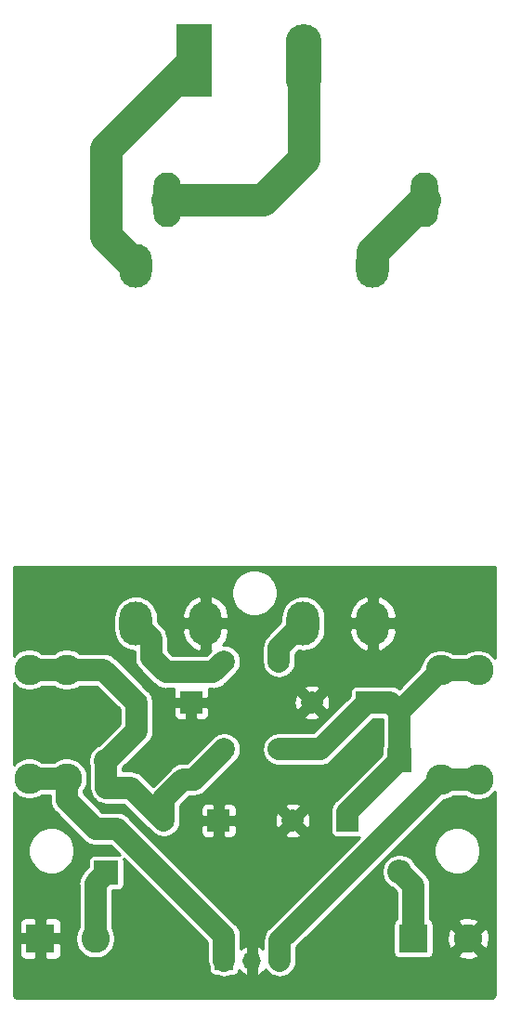
<source format=gbr>
G04 #@! TF.GenerationSoftware,KiCad,Pcbnew,(5.1.5)-3*
G04 #@! TF.CreationDate,2020-02-27T01:05:18-05:00*
G04 #@! TF.ProjectId,power_supply,706f7765-725f-4737-9570-706c792e6b69,rev?*
G04 #@! TF.SameCoordinates,Original*
G04 #@! TF.FileFunction,Copper,L2,Bot*
G04 #@! TF.FilePolarity,Positive*
%FSLAX46Y46*%
G04 Gerber Fmt 4.6, Leading zero omitted, Abs format (unit mm)*
G04 Created by KiCad (PCBNEW (5.1.5)-3) date 2020-02-27 01:05:18*
%MOMM*%
%LPD*%
G04 APERTURE LIST*
%ADD10O,3.000000X4.000000*%
%ADD11R,2.200000X2.200000*%
%ADD12O,2.200000X2.200000*%
%ADD13R,3.300000X6.600000*%
%ADD14O,3.300000X6.600000*%
%ADD15R,2.600000X2.600000*%
%ADD16C,2.600000*%
%ADD17R,2.000000X2.000000*%
%ADD18C,2.000000*%
%ADD19C,2.780000*%
%ADD20R,1.700000X1.700000*%
%ADD21O,1.700000X1.700000*%
%ADD22O,2.500000X5.000000*%
%ADD23C,2.000000*%
%ADD24C,3.000000*%
%ADD25C,0.250000*%
G04 APERTURE END LIST*
D10*
X18050000Y39700000D03*
X26950000Y39700000D03*
X33300000Y39700000D03*
X11700000Y39700000D03*
X11700000Y72300000D03*
X33300000Y72300000D03*
D11*
X35750000Y27250000D03*
D12*
X35750000Y17090000D03*
X9000000Y27160000D03*
D11*
X9000000Y17000000D03*
D13*
X17000000Y91000000D03*
D14*
X27000000Y91000000D03*
D15*
X37000000Y11000000D03*
D16*
X42000000Y11000000D03*
X8000000Y11000000D03*
D15*
X3000000Y11000000D03*
D17*
X31000000Y21750000D03*
D18*
X26000000Y21750000D03*
X11750000Y32500000D03*
D17*
X16750000Y32500000D03*
D18*
X24750000Y28250000D03*
X19750000Y28250000D03*
X19750000Y36250000D03*
X24750000Y36250000D03*
D19*
X39500000Y25500000D03*
X42900000Y25500000D03*
X39500000Y35420000D03*
X42900000Y35420000D03*
X5400000Y35500000D03*
X2000000Y35500000D03*
X5400000Y25580000D03*
X2000000Y25580000D03*
D20*
X19750000Y9000000D03*
D21*
X22290000Y9000000D03*
X24830000Y9000000D03*
D17*
X32750000Y32500000D03*
D18*
X27750000Y32500000D03*
X14250000Y21750000D03*
D17*
X19250000Y21750000D03*
D22*
X38000000Y78300000D03*
X14600000Y78300000D03*
D23*
X28500000Y28250000D02*
X32750000Y32500000D01*
X24750000Y28250000D02*
X28500000Y28250000D01*
X31000000Y22500000D02*
X35750000Y27250000D01*
X31000000Y21750000D02*
X31000000Y22500000D01*
X35750000Y31670000D02*
X39500000Y35420000D01*
X35750000Y27250000D02*
X35750000Y31670000D01*
X34920000Y32500000D02*
X35750000Y31670000D01*
X32750000Y32500000D02*
X34920000Y32500000D01*
X39500000Y35420000D02*
X42900000Y35420000D01*
X19750000Y28250000D02*
X17000000Y25500000D01*
X17000000Y25500000D02*
X16000000Y25500000D01*
X14250000Y23750000D02*
X14250000Y21750000D01*
X16000000Y25500000D02*
X14250000Y23750000D01*
X11750000Y29910000D02*
X9000000Y27160000D01*
X11750000Y32500000D02*
X11750000Y29910000D01*
X2000000Y35500000D02*
X5400000Y35500000D01*
X8750000Y35500000D02*
X11750000Y32500000D01*
X5400000Y35500000D02*
X8750000Y35500000D01*
X9000000Y27160000D02*
X9000000Y24750000D01*
X11250000Y24750000D02*
X14250000Y21750000D01*
X9000000Y24750000D02*
X11250000Y24750000D01*
X37000000Y15840000D02*
X35750000Y17090000D01*
X37000000Y11000000D02*
X37000000Y15840000D01*
X8000000Y16000000D02*
X9000000Y17000000D01*
X8000000Y11000000D02*
X8000000Y16000000D01*
D24*
X18850000Y78300000D02*
X14600000Y78300000D01*
X23300000Y78300000D02*
X18850000Y78300000D01*
X27000000Y91000000D02*
X27000000Y82000000D01*
X27000000Y82000000D02*
X23300000Y78300000D01*
X33300000Y73600000D02*
X38000000Y78300000D01*
X33300000Y72300000D02*
X33300000Y73600000D01*
X9000000Y83000000D02*
X11700000Y85700000D01*
X11700000Y72300000D02*
X9000000Y75000000D01*
X11700000Y85700000D02*
X17000000Y91000000D01*
X9000000Y75000000D02*
X9000000Y83000000D01*
D23*
X2000000Y25580000D02*
X5400000Y25580000D01*
X5400000Y23614244D02*
X8014244Y21000000D01*
X5400000Y25580000D02*
X5400000Y23614244D01*
X8014244Y21000000D02*
X10000000Y21000000D01*
X10000000Y21000000D02*
X19750000Y11250000D01*
X19750000Y9000000D02*
X19750000Y11250000D01*
X24750000Y37500000D02*
X26950000Y39700000D01*
X24750000Y36250000D02*
X24750000Y37500000D01*
X18750001Y35250001D02*
X14449999Y35250001D01*
X19750000Y36250000D02*
X18750001Y35250001D01*
X14449999Y35250001D02*
X13100000Y36600000D01*
X13100000Y38300000D02*
X11700000Y39700000D01*
X13100000Y36600000D02*
X13100000Y38300000D01*
X42900000Y25500000D02*
X39500000Y25500000D01*
X39500000Y25500000D02*
X24830000Y10830000D01*
X24830000Y9000000D02*
X24830000Y10830000D01*
D25*
G36*
X44450000Y36547170D02*
G01*
X44387478Y36640741D01*
X44120741Y36907478D01*
X43807093Y37117051D01*
X43458585Y37261408D01*
X43088611Y37335000D01*
X42711389Y37335000D01*
X42341415Y37261408D01*
X41992907Y37117051D01*
X41735415Y36945000D01*
X40664585Y36945000D01*
X40407093Y37117051D01*
X40058585Y37261408D01*
X39688611Y37335000D01*
X39311389Y37335000D01*
X38941415Y37261408D01*
X38592907Y37117051D01*
X38279259Y36907478D01*
X38012522Y36640741D01*
X37802949Y36327093D01*
X37658592Y35978585D01*
X37598176Y35674852D01*
X35723190Y33799865D01*
X35506416Y33915733D01*
X35218952Y34002934D01*
X34994911Y34025000D01*
X34920000Y34032378D01*
X34845089Y34025000D01*
X33775788Y34025000D01*
X33750000Y34027540D01*
X32799121Y34027540D01*
X32750000Y34032378D01*
X32700879Y34027540D01*
X31750000Y34027540D01*
X31647082Y34017403D01*
X31548119Y33987383D01*
X31456914Y33938633D01*
X31376973Y33873027D01*
X31311367Y33793086D01*
X31262617Y33701881D01*
X31232597Y33602918D01*
X31222460Y33500000D01*
X31222460Y33129136D01*
X27868326Y29775000D01*
X24599801Y29775000D01*
X24525960Y29760312D01*
X24451048Y29752934D01*
X24379013Y29731083D01*
X24305174Y29716395D01*
X24235619Y29687585D01*
X24163584Y29665733D01*
X24097198Y29630249D01*
X24027642Y29601438D01*
X23965042Y29559610D01*
X23898656Y29524126D01*
X23840468Y29476373D01*
X23777869Y29434545D01*
X23724632Y29381308D01*
X23666445Y29333555D01*
X23618692Y29275368D01*
X23565455Y29222131D01*
X23523627Y29159532D01*
X23475874Y29101344D01*
X23440390Y29034958D01*
X23398562Y28972358D01*
X23369751Y28902802D01*
X23334267Y28836416D01*
X23312415Y28764381D01*
X23283605Y28694826D01*
X23268917Y28620987D01*
X23247066Y28548952D01*
X23239688Y28474040D01*
X23225000Y28400199D01*
X23225000Y28324911D01*
X23217622Y28250000D01*
X23225000Y28175089D01*
X23225000Y28099801D01*
X23239688Y28025960D01*
X23247066Y27951048D01*
X23268917Y27879013D01*
X23283605Y27805174D01*
X23312415Y27735619D01*
X23334267Y27663584D01*
X23369751Y27597198D01*
X23398562Y27527642D01*
X23440390Y27465042D01*
X23475874Y27398656D01*
X23523627Y27340468D01*
X23565455Y27277869D01*
X23618692Y27224632D01*
X23666445Y27166445D01*
X23724631Y27118693D01*
X23777869Y27065455D01*
X23840468Y27023627D01*
X23898656Y26975874D01*
X23965042Y26940390D01*
X24027642Y26898562D01*
X24097198Y26869751D01*
X24163584Y26834267D01*
X24235619Y26812415D01*
X24305174Y26783605D01*
X24379013Y26768917D01*
X24451048Y26747066D01*
X24525960Y26739688D01*
X24599801Y26725000D01*
X28425089Y26725000D01*
X28500000Y26717622D01*
X28798952Y26747066D01*
X28975895Y26800741D01*
X29086416Y26834267D01*
X29351344Y26975874D01*
X29583555Y27166445D01*
X29631317Y27224642D01*
X33379136Y30972460D01*
X33750000Y30972460D01*
X33775788Y30975000D01*
X34225001Y30975000D01*
X34225000Y28659698D01*
X34211367Y28643086D01*
X34162617Y28551881D01*
X34132597Y28452918D01*
X34122460Y28350000D01*
X34122460Y27779136D01*
X29974641Y23631315D01*
X29916445Y23583555D01*
X29725874Y23351344D01*
X29584267Y23086416D01*
X29576844Y23061944D01*
X29561367Y23043086D01*
X29512617Y22951881D01*
X29482597Y22852918D01*
X29472460Y22750000D01*
X29472460Y22549121D01*
X29467622Y22500000D01*
X29472460Y22450879D01*
X29472460Y20750000D01*
X29482597Y20647082D01*
X29512617Y20548119D01*
X29561367Y20456914D01*
X29626973Y20376973D01*
X29706914Y20311367D01*
X29798119Y20262617D01*
X29897082Y20232597D01*
X30000000Y20222460D01*
X30950879Y20222460D01*
X31000000Y20217622D01*
X31049121Y20222460D01*
X32000000Y20222460D01*
X32072973Y20229648D01*
X23804638Y11961312D01*
X23746446Y11913555D01*
X23555875Y11681344D01*
X23549019Y11668517D01*
X23414267Y11416415D01*
X23327066Y11128952D01*
X23297622Y10830000D01*
X23305001Y10755080D01*
X23305001Y10079236D01*
X23089070Y10249327D01*
X22884836Y10358477D01*
X22665000Y10270566D01*
X22665000Y9375000D01*
X22685000Y9375000D01*
X22685000Y8625000D01*
X22665000Y8625000D01*
X22665000Y7729434D01*
X22884836Y7641523D01*
X23089070Y7750673D01*
X23317448Y7930569D01*
X23506341Y8151563D01*
X23530901Y8195378D01*
X23555874Y8148657D01*
X23746445Y7916445D01*
X23978656Y7725874D01*
X24243584Y7584267D01*
X24531048Y7497066D01*
X24830000Y7467622D01*
X25128951Y7497066D01*
X25416415Y7584267D01*
X25681343Y7725874D01*
X25913555Y7916445D01*
X26104126Y8148656D01*
X26245733Y8413584D01*
X26332934Y8701048D01*
X26355000Y8925089D01*
X26355000Y10198326D01*
X33406723Y17250049D01*
X34125000Y17250049D01*
X34125000Y16929951D01*
X34187448Y16616005D01*
X34309943Y16320274D01*
X34487780Y16054123D01*
X34714123Y15827780D01*
X34980274Y15649943D01*
X35070936Y15612390D01*
X35475001Y15208325D01*
X35475000Y12775026D01*
X35406914Y12738633D01*
X35326973Y12673027D01*
X35261367Y12593086D01*
X35212617Y12501881D01*
X35182597Y12402918D01*
X35172460Y12300000D01*
X35172460Y9700000D01*
X35182597Y9597082D01*
X35212617Y9498119D01*
X35261367Y9406914D01*
X35326973Y9326973D01*
X35406914Y9261367D01*
X35498119Y9212617D01*
X35597082Y9182597D01*
X35700000Y9172460D01*
X38300000Y9172460D01*
X38402918Y9182597D01*
X38501881Y9212617D01*
X38593086Y9261367D01*
X38673027Y9326973D01*
X38738633Y9406914D01*
X38787383Y9498119D01*
X38788398Y9501466D01*
X41031796Y9501466D01*
X41183174Y9237748D01*
X41542668Y9112255D01*
X41919736Y9059306D01*
X42299889Y9080937D01*
X42668517Y9176316D01*
X42816826Y9237748D01*
X42968204Y9501466D01*
X42000000Y10469670D01*
X41031796Y9501466D01*
X38788398Y9501466D01*
X38817403Y9597082D01*
X38827540Y9700000D01*
X38827540Y11080264D01*
X40059306Y11080264D01*
X40080937Y10700111D01*
X40176316Y10331483D01*
X40237748Y10183174D01*
X40501466Y10031796D01*
X41469670Y11000000D01*
X42530330Y11000000D01*
X43498534Y10031796D01*
X43762252Y10183174D01*
X43887745Y10542668D01*
X43940694Y10919736D01*
X43919063Y11299889D01*
X43823684Y11668517D01*
X43762252Y11816826D01*
X43498534Y11968204D01*
X42530330Y11000000D01*
X41469670Y11000000D01*
X40501466Y11968204D01*
X40237748Y11816826D01*
X40112255Y11457332D01*
X40059306Y11080264D01*
X38827540Y11080264D01*
X38827540Y12300000D01*
X38817403Y12402918D01*
X38788399Y12498534D01*
X41031796Y12498534D01*
X42000000Y11530330D01*
X42968204Y12498534D01*
X42816826Y12762252D01*
X42457332Y12887745D01*
X42080264Y12940694D01*
X41700111Y12919063D01*
X41331483Y12823684D01*
X41183174Y12762252D01*
X41031796Y12498534D01*
X38788399Y12498534D01*
X38787383Y12501881D01*
X38738633Y12593086D01*
X38673027Y12673027D01*
X38593086Y12738633D01*
X38525000Y12775026D01*
X38525000Y15765089D01*
X38532378Y15840000D01*
X38516620Y16000000D01*
X38502934Y16138952D01*
X38415733Y16426416D01*
X38274126Y16691344D01*
X38083555Y16923555D01*
X38025362Y16971313D01*
X37227610Y17769064D01*
X37190057Y17859726D01*
X37012220Y18125877D01*
X36785877Y18352220D01*
X36519726Y18530057D01*
X36223995Y18652552D01*
X35910049Y18715000D01*
X35589951Y18715000D01*
X35276005Y18652552D01*
X34980274Y18530057D01*
X34714123Y18352220D01*
X34487780Y18125877D01*
X34309943Y17859726D01*
X34187448Y17563995D01*
X34125000Y17250049D01*
X33406723Y17250049D01*
X35365968Y19209294D01*
X38875000Y19209294D01*
X38875000Y18790706D01*
X38956663Y18380160D01*
X39116849Y17993435D01*
X39349405Y17645391D01*
X39645391Y17349405D01*
X39993435Y17116849D01*
X40380160Y16956663D01*
X40790706Y16875000D01*
X41209294Y16875000D01*
X41619840Y16956663D01*
X42006565Y17116849D01*
X42354609Y17349405D01*
X42650595Y17645391D01*
X42883151Y17993435D01*
X43043337Y18380160D01*
X43125000Y18790706D01*
X43125000Y19209294D01*
X43043337Y19619840D01*
X42883151Y20006565D01*
X42650595Y20354609D01*
X42354609Y20650595D01*
X42006565Y20883151D01*
X41619840Y21043337D01*
X41209294Y21125000D01*
X40790706Y21125000D01*
X40380160Y21043337D01*
X39993435Y20883151D01*
X39645391Y20650595D01*
X39349405Y20354609D01*
X39116849Y20006565D01*
X38956663Y19619840D01*
X38875000Y19209294D01*
X35365968Y19209294D01*
X39754851Y23598176D01*
X40058585Y23658592D01*
X40407093Y23802949D01*
X40664585Y23975000D01*
X41735415Y23975000D01*
X41992907Y23802949D01*
X42341415Y23658592D01*
X42711389Y23585000D01*
X43088611Y23585000D01*
X43458585Y23658592D01*
X43807093Y23802949D01*
X44120741Y24012522D01*
X44387478Y24279259D01*
X44450000Y24372830D01*
X44450000Y6026899D01*
X44438843Y5913108D01*
X44413606Y5829521D01*
X44372617Y5752432D01*
X44317436Y5684773D01*
X44250161Y5629119D01*
X44173361Y5587593D01*
X44089956Y5561775D01*
X43977927Y5550000D01*
X1026899Y5550000D01*
X913108Y5561157D01*
X829521Y5586394D01*
X752432Y5627383D01*
X684773Y5682564D01*
X629119Y5749839D01*
X587593Y5826639D01*
X561775Y5910044D01*
X550000Y6022073D01*
X550000Y9700000D01*
X1063937Y9700000D01*
X1076159Y9575910D01*
X1112354Y9456589D01*
X1171133Y9346622D01*
X1250236Y9250236D01*
X1346622Y9171133D01*
X1456589Y9112354D01*
X1575910Y9076159D01*
X1700000Y9063937D01*
X2466750Y9067000D01*
X2625000Y9225250D01*
X2625000Y10625000D01*
X3375000Y10625000D01*
X3375000Y9225250D01*
X3533250Y9067000D01*
X4300000Y9063937D01*
X4424090Y9076159D01*
X4543411Y9112354D01*
X4653378Y9171133D01*
X4749764Y9250236D01*
X4828867Y9346622D01*
X4887646Y9456589D01*
X4923841Y9575910D01*
X4936063Y9700000D01*
X4933000Y10466750D01*
X4774750Y10625000D01*
X3375000Y10625000D01*
X2625000Y10625000D01*
X1225250Y10625000D01*
X1067000Y10466750D01*
X1063937Y9700000D01*
X550000Y9700000D01*
X550000Y12300000D01*
X1063937Y12300000D01*
X1067000Y11533250D01*
X1225250Y11375000D01*
X2625000Y11375000D01*
X2625000Y12774750D01*
X3375000Y12774750D01*
X3375000Y11375000D01*
X4774750Y11375000D01*
X4933000Y11533250D01*
X4936063Y12300000D01*
X4923841Y12424090D01*
X4887646Y12543411D01*
X4828867Y12653378D01*
X4749764Y12749764D01*
X4653378Y12828867D01*
X4543411Y12887646D01*
X4424090Y12923841D01*
X4300000Y12936063D01*
X3533250Y12933000D01*
X3375000Y12774750D01*
X2625000Y12774750D01*
X2466750Y12933000D01*
X1700000Y12936063D01*
X1575910Y12923841D01*
X1456589Y12887646D01*
X1346622Y12828867D01*
X1250236Y12749764D01*
X1171133Y12653378D01*
X1112354Y12543411D01*
X1076159Y12424090D01*
X1063937Y12300000D01*
X550000Y12300000D01*
X550000Y19209294D01*
X1875000Y19209294D01*
X1875000Y18790706D01*
X1956663Y18380160D01*
X2116849Y17993435D01*
X2349405Y17645391D01*
X2645391Y17349405D01*
X2993435Y17116849D01*
X3380160Y16956663D01*
X3790706Y16875000D01*
X4209294Y16875000D01*
X4619840Y16956663D01*
X5006565Y17116849D01*
X5354609Y17349405D01*
X5650595Y17645391D01*
X5883151Y17993435D01*
X6043337Y18380160D01*
X6125000Y18790706D01*
X6125000Y19209294D01*
X6043337Y19619840D01*
X5883151Y20006565D01*
X5650595Y20354609D01*
X5354609Y20650595D01*
X5006565Y20883151D01*
X4619840Y21043337D01*
X4209294Y21125000D01*
X3790706Y21125000D01*
X3380160Y21043337D01*
X2993435Y20883151D01*
X2645391Y20650595D01*
X2349405Y20354609D01*
X2116849Y20006565D01*
X1956663Y19619840D01*
X1875000Y19209294D01*
X550000Y19209294D01*
X550000Y24321781D01*
X779259Y24092522D01*
X1092907Y23882949D01*
X1441415Y23738592D01*
X1811389Y23665000D01*
X2188611Y23665000D01*
X2558585Y23738592D01*
X2907093Y23882949D01*
X3164585Y24055000D01*
X3875001Y24055000D01*
X3875001Y23689164D01*
X3867622Y23614244D01*
X3897066Y23315292D01*
X3984267Y23027829D01*
X4034129Y22934545D01*
X4125875Y22762900D01*
X4316446Y22530689D01*
X4374638Y22482932D01*
X6882932Y19974637D01*
X6930689Y19916445D01*
X7162900Y19725874D01*
X7427828Y19584267D01*
X7648386Y19517362D01*
X7715291Y19497066D01*
X7743282Y19494309D01*
X7939333Y19475000D01*
X7939340Y19475000D01*
X8014243Y19467623D01*
X8089146Y19475000D01*
X9368326Y19475000D01*
X10235940Y18607386D01*
X10202918Y18617403D01*
X10100000Y18627540D01*
X7900000Y18627540D01*
X7797082Y18617403D01*
X7698119Y18587383D01*
X7606914Y18538633D01*
X7526973Y18473027D01*
X7461367Y18393086D01*
X7412617Y18301881D01*
X7382597Y18202918D01*
X7372460Y18100000D01*
X7372460Y17529134D01*
X6974638Y17131312D01*
X6916446Y17083555D01*
X6725875Y16851344D01*
X6693646Y16791048D01*
X6584267Y16586415D01*
X6497066Y16298952D01*
X6467622Y16000000D01*
X6475001Y15925080D01*
X6475000Y12002589D01*
X6382706Y11864461D01*
X6245134Y11532333D01*
X6175000Y11179747D01*
X6175000Y10820253D01*
X6245134Y10467667D01*
X6382706Y10135539D01*
X6582430Y9836631D01*
X6836631Y9582430D01*
X7135539Y9382706D01*
X7467667Y9245134D01*
X7820253Y9175000D01*
X8179747Y9175000D01*
X8532333Y9245134D01*
X8864461Y9382706D01*
X9163369Y9582430D01*
X9417570Y9836631D01*
X9617294Y10135539D01*
X9754866Y10467667D01*
X9825000Y10820253D01*
X9825000Y11179747D01*
X9754866Y11532333D01*
X9617294Y11864461D01*
X9525000Y12002589D01*
X9525000Y15368326D01*
X9529134Y15372460D01*
X10100000Y15372460D01*
X10202918Y15382597D01*
X10301881Y15412617D01*
X10393086Y15461367D01*
X10473027Y15526973D01*
X10538633Y15606914D01*
X10587383Y15698119D01*
X10617403Y15797082D01*
X10627540Y15900000D01*
X10627540Y18100000D01*
X10617403Y18202918D01*
X10607386Y18235940D01*
X18225001Y10618324D01*
X18225000Y8925090D01*
X18247066Y8701049D01*
X18334267Y8413585D01*
X18372460Y8342131D01*
X18372460Y8150000D01*
X18382597Y8047082D01*
X18412617Y7948119D01*
X18461367Y7856914D01*
X18526973Y7776973D01*
X18606914Y7711367D01*
X18698119Y7662617D01*
X18797082Y7632597D01*
X18900000Y7622460D01*
X19092130Y7622460D01*
X19163584Y7584267D01*
X19451048Y7497066D01*
X19750000Y7467622D01*
X20048951Y7497066D01*
X20336415Y7584267D01*
X20407869Y7622460D01*
X20600000Y7622460D01*
X20702918Y7632597D01*
X20801881Y7662617D01*
X20893086Y7711367D01*
X20973027Y7776973D01*
X21038633Y7856914D01*
X21087383Y7948119D01*
X21117403Y8047082D01*
X21122111Y8094877D01*
X21262552Y7930569D01*
X21490930Y7750673D01*
X21695164Y7641523D01*
X21915000Y7729434D01*
X21915000Y8625000D01*
X21895000Y8625000D01*
X21895000Y9375000D01*
X21915000Y9375000D01*
X21915000Y10270566D01*
X21695164Y10358477D01*
X21490930Y10249327D01*
X21275000Y10079236D01*
X21275000Y11175090D01*
X21282378Y11250001D01*
X21252934Y11548953D01*
X21216664Y11668517D01*
X21165733Y11836416D01*
X21024126Y12101344D01*
X20833555Y12333555D01*
X20775363Y12381312D01*
X11131317Y22025357D01*
X11083555Y22083555D01*
X10851344Y22274126D01*
X10586416Y22415733D01*
X10298952Y22502934D01*
X10074911Y22525000D01*
X10000000Y22532378D01*
X9925089Y22525000D01*
X8645919Y22525000D01*
X6925000Y24245918D01*
X6925000Y24415415D01*
X7097051Y24672907D01*
X7241408Y25021415D01*
X7315000Y25391389D01*
X7315000Y25768611D01*
X7241408Y26138585D01*
X7097051Y26487093D01*
X6887478Y26800741D01*
X6620741Y27067478D01*
X6307093Y27277051D01*
X5958585Y27421408D01*
X5588611Y27495000D01*
X5211389Y27495000D01*
X4841415Y27421408D01*
X4492907Y27277051D01*
X4235415Y27105000D01*
X3164585Y27105000D01*
X2907093Y27277051D01*
X2558585Y27421408D01*
X2188611Y27495000D01*
X1811389Y27495000D01*
X1441415Y27421408D01*
X1092907Y27277051D01*
X779259Y27067478D01*
X550000Y26838219D01*
X550000Y34241781D01*
X779259Y34012522D01*
X1092907Y33802949D01*
X1441415Y33658592D01*
X1811389Y33585000D01*
X2188611Y33585000D01*
X2558585Y33658592D01*
X2907093Y33802949D01*
X3164585Y33975000D01*
X4235415Y33975000D01*
X4492907Y33802949D01*
X4841415Y33658592D01*
X5211389Y33585000D01*
X5588611Y33585000D01*
X5958585Y33658592D01*
X6307093Y33802949D01*
X6564585Y33975000D01*
X8118326Y33975000D01*
X10225000Y31868324D01*
X10225001Y30541676D01*
X8320936Y28637610D01*
X8230274Y28600057D01*
X7964123Y28422220D01*
X7737780Y28195877D01*
X7559943Y27929726D01*
X7437448Y27633995D01*
X7375000Y27320049D01*
X7375000Y26999951D01*
X7437448Y26686005D01*
X7475000Y26595345D01*
X7475001Y24824920D01*
X7467622Y24750000D01*
X7497066Y24451048D01*
X7584267Y24163584D01*
X7725874Y23898656D01*
X7916445Y23666445D01*
X8148656Y23475874D01*
X8413584Y23334267D01*
X8701048Y23247066D01*
X8925089Y23225000D01*
X8925090Y23225000D01*
X9000000Y23217622D01*
X9074911Y23225000D01*
X10618326Y23225000D01*
X13065455Y20777869D01*
X13118698Y20724626D01*
X13166446Y20666445D01*
X13224627Y20618697D01*
X13277869Y20565455D01*
X13340468Y20523628D01*
X13398656Y20475874D01*
X13465042Y20440390D01*
X13527642Y20398562D01*
X13597198Y20369751D01*
X13663584Y20334267D01*
X13735619Y20312415D01*
X13805174Y20283605D01*
X13879013Y20268917D01*
X13951048Y20247066D01*
X14025960Y20239688D01*
X14099801Y20225000D01*
X14175089Y20225000D01*
X14250000Y20217622D01*
X14324911Y20225000D01*
X14400199Y20225000D01*
X14474040Y20239688D01*
X14548952Y20247066D01*
X14620986Y20268917D01*
X14694826Y20283605D01*
X14764381Y20312415D01*
X14836416Y20334267D01*
X14902802Y20369751D01*
X14972358Y20398562D01*
X15034958Y20440390D01*
X15101344Y20475874D01*
X15159532Y20523627D01*
X15222131Y20565455D01*
X15275368Y20618692D01*
X15333555Y20666445D01*
X15381308Y20724632D01*
X15406676Y20750000D01*
X17613937Y20750000D01*
X17626159Y20625910D01*
X17662354Y20506589D01*
X17721133Y20396622D01*
X17800236Y20300236D01*
X17896622Y20221133D01*
X18006589Y20162354D01*
X18125910Y20126159D01*
X18250000Y20113937D01*
X18716750Y20117000D01*
X18875000Y20275250D01*
X18875000Y21375000D01*
X19625000Y21375000D01*
X19625000Y20275250D01*
X19783250Y20117000D01*
X20250000Y20113937D01*
X20374090Y20126159D01*
X20493411Y20162354D01*
X20603378Y20221133D01*
X20699764Y20300236D01*
X20778867Y20396622D01*
X20818371Y20470530D01*
X25250860Y20470530D01*
X25364409Y20237196D01*
X25671755Y20142266D01*
X25991715Y20109121D01*
X26311994Y20139034D01*
X26620283Y20230855D01*
X26635591Y20237196D01*
X26749140Y20470530D01*
X26000000Y21219670D01*
X25250860Y20470530D01*
X20818371Y20470530D01*
X20837646Y20506589D01*
X20873841Y20625910D01*
X20886063Y20750000D01*
X20883000Y21216750D01*
X20724750Y21375000D01*
X19625000Y21375000D01*
X18875000Y21375000D01*
X17775250Y21375000D01*
X17617000Y21216750D01*
X17613937Y20750000D01*
X15406676Y20750000D01*
X15434545Y20777869D01*
X15476373Y20840468D01*
X15524126Y20898656D01*
X15559610Y20965042D01*
X15601438Y21027642D01*
X15630249Y21097198D01*
X15665733Y21163584D01*
X15687585Y21235619D01*
X15716395Y21305174D01*
X15731083Y21379013D01*
X15752934Y21451048D01*
X15760312Y21525960D01*
X15775000Y21599801D01*
X15775000Y21675090D01*
X15782378Y21750000D01*
X15781563Y21758285D01*
X24359121Y21758285D01*
X24389034Y21438006D01*
X24480855Y21129717D01*
X24487196Y21114409D01*
X24720530Y21000860D01*
X25469670Y21750000D01*
X26530330Y21750000D01*
X27279470Y21000860D01*
X27512804Y21114409D01*
X27607734Y21421755D01*
X27640879Y21741715D01*
X27610966Y22061994D01*
X27519145Y22370283D01*
X27512804Y22385591D01*
X27279470Y22499140D01*
X26530330Y21750000D01*
X25469670Y21750000D01*
X24720530Y22499140D01*
X24487196Y22385591D01*
X24392266Y22078245D01*
X24359121Y21758285D01*
X15781563Y21758285D01*
X15775000Y21824911D01*
X15775000Y22750000D01*
X17613937Y22750000D01*
X17617000Y22283250D01*
X17775250Y22125000D01*
X18875000Y22125000D01*
X18875000Y23224750D01*
X19625000Y23224750D01*
X19625000Y22125000D01*
X20724750Y22125000D01*
X20883000Y22283250D01*
X20886063Y22750000D01*
X20873841Y22874090D01*
X20837646Y22993411D01*
X20818372Y23029470D01*
X25250860Y23029470D01*
X26000000Y22280330D01*
X26749140Y23029470D01*
X26635591Y23262804D01*
X26328245Y23357734D01*
X26008285Y23390879D01*
X25688006Y23360966D01*
X25379717Y23269145D01*
X25364409Y23262804D01*
X25250860Y23029470D01*
X20818372Y23029470D01*
X20778867Y23103378D01*
X20699764Y23199764D01*
X20603378Y23278867D01*
X20493411Y23337646D01*
X20374090Y23373841D01*
X20250000Y23386063D01*
X19783250Y23383000D01*
X19625000Y23224750D01*
X18875000Y23224750D01*
X18716750Y23383000D01*
X18250000Y23386063D01*
X18125910Y23373841D01*
X18006589Y23337646D01*
X17896622Y23278867D01*
X17800236Y23199764D01*
X17721133Y23103378D01*
X17662354Y22993411D01*
X17626159Y22874090D01*
X17613937Y22750000D01*
X15775000Y22750000D01*
X15775000Y23118325D01*
X16631675Y23975000D01*
X16925089Y23975000D01*
X17000000Y23967622D01*
X17298952Y23997066D01*
X17469994Y24048951D01*
X17586416Y24084267D01*
X17851344Y24225874D01*
X18083555Y24416445D01*
X18131317Y24474643D01*
X20722128Y27065453D01*
X20722131Y27065455D01*
X20934545Y27277869D01*
X20976374Y27340471D01*
X21024125Y27398655D01*
X21059607Y27465038D01*
X21101438Y27527642D01*
X21130252Y27597205D01*
X21165732Y27663584D01*
X21187582Y27735613D01*
X21216395Y27805174D01*
X21231083Y27879013D01*
X21252934Y27951047D01*
X21260312Y28025959D01*
X21275000Y28099801D01*
X21275000Y28175096D01*
X21282377Y28249999D01*
X21275000Y28324902D01*
X21275000Y28400199D01*
X21260311Y28474043D01*
X21252934Y28548951D01*
X21231084Y28620982D01*
X21216395Y28694826D01*
X21187581Y28764390D01*
X21165732Y28836415D01*
X21130254Y28902789D01*
X21101438Y28972358D01*
X21059603Y29034969D01*
X21024125Y29101343D01*
X20976381Y29159520D01*
X20934545Y29222131D01*
X20881297Y29275379D01*
X20833554Y29333554D01*
X20775379Y29381297D01*
X20722131Y29434545D01*
X20659520Y29476381D01*
X20601343Y29524125D01*
X20534969Y29559603D01*
X20472358Y29601438D01*
X20402789Y29630254D01*
X20336415Y29665732D01*
X20264390Y29687581D01*
X20194826Y29716395D01*
X20120982Y29731084D01*
X20048951Y29752934D01*
X19974043Y29760311D01*
X19900199Y29775000D01*
X19824902Y29775000D01*
X19749999Y29782377D01*
X19675096Y29775000D01*
X19599801Y29775000D01*
X19525959Y29760312D01*
X19451047Y29752934D01*
X19379013Y29731083D01*
X19305174Y29716395D01*
X19235613Y29687582D01*
X19163584Y29665732D01*
X19097205Y29630252D01*
X19027642Y29601438D01*
X18965038Y29559607D01*
X18898655Y29524125D01*
X18840471Y29476374D01*
X18777869Y29434545D01*
X18565455Y29222131D01*
X18565453Y29222128D01*
X16368326Y27025000D01*
X16074911Y27025000D01*
X16000000Y27032378D01*
X15925089Y27025000D01*
X15701048Y27002934D01*
X15413584Y26915733D01*
X15148656Y26774126D01*
X14916445Y26583555D01*
X14868692Y26525368D01*
X13250000Y24906674D01*
X12381316Y25775358D01*
X12333555Y25833555D01*
X12101344Y26024126D01*
X11836416Y26165733D01*
X11548952Y26252934D01*
X11324911Y26275000D01*
X11250000Y26282378D01*
X11175089Y26275000D01*
X10525000Y26275000D01*
X10525000Y26528326D01*
X12775363Y28778688D01*
X12833555Y28826445D01*
X13024126Y29058656D01*
X13165733Y29323584D01*
X13252934Y29611048D01*
X13275000Y29835089D01*
X13275000Y29835096D01*
X13282377Y29909999D01*
X13275000Y29984902D01*
X13275000Y31500000D01*
X15113937Y31500000D01*
X15126159Y31375910D01*
X15162354Y31256589D01*
X15221133Y31146622D01*
X15300236Y31050236D01*
X15396622Y30971133D01*
X15506589Y30912354D01*
X15625910Y30876159D01*
X15750000Y30863937D01*
X16216750Y30867000D01*
X16375000Y31025250D01*
X16375000Y32125000D01*
X17125000Y32125000D01*
X17125000Y31025250D01*
X17283250Y30867000D01*
X17750000Y30863937D01*
X17874090Y30876159D01*
X17993411Y30912354D01*
X18103378Y30971133D01*
X18199764Y31050236D01*
X18278867Y31146622D01*
X18318371Y31220530D01*
X27000860Y31220530D01*
X27114409Y30987196D01*
X27421755Y30892266D01*
X27741715Y30859121D01*
X28061994Y30889034D01*
X28370283Y30980855D01*
X28385591Y30987196D01*
X28499140Y31220530D01*
X27750000Y31969670D01*
X27000860Y31220530D01*
X18318371Y31220530D01*
X18337646Y31256589D01*
X18373841Y31375910D01*
X18386063Y31500000D01*
X18383000Y31966750D01*
X18224750Y32125000D01*
X17125000Y32125000D01*
X16375000Y32125000D01*
X15275250Y32125000D01*
X15117000Y31966750D01*
X15113937Y31500000D01*
X13275000Y31500000D01*
X13275000Y32425089D01*
X13282378Y32500000D01*
X13281563Y32508285D01*
X26109121Y32508285D01*
X26139034Y32188006D01*
X26230855Y31879717D01*
X26237196Y31864409D01*
X26470530Y31750860D01*
X27219670Y32500000D01*
X28280330Y32500000D01*
X29029470Y31750860D01*
X29262804Y31864409D01*
X29357734Y32171755D01*
X29390879Y32491715D01*
X29360966Y32811994D01*
X29269145Y33120283D01*
X29262804Y33135591D01*
X29029470Y33249140D01*
X28280330Y32500000D01*
X27219670Y32500000D01*
X26470530Y33249140D01*
X26237196Y33135591D01*
X26142266Y32828245D01*
X26109121Y32508285D01*
X13281563Y32508285D01*
X13275000Y32574911D01*
X13275000Y32650199D01*
X13260312Y32724040D01*
X13252934Y32798952D01*
X13231083Y32870987D01*
X13216395Y32944826D01*
X13187585Y33014381D01*
X13165733Y33086416D01*
X13130249Y33152802D01*
X13101438Y33222358D01*
X13059610Y33284958D01*
X13024126Y33351344D01*
X12976372Y33409532D01*
X12934545Y33472131D01*
X12881308Y33525368D01*
X12833555Y33583555D01*
X12775368Y33631308D01*
X12722131Y33684545D01*
X9881316Y36525358D01*
X9833555Y36583555D01*
X9601344Y36774126D01*
X9336416Y36915733D01*
X9048952Y37002934D01*
X8824911Y37025000D01*
X8750000Y37032378D01*
X8675089Y37025000D01*
X6564585Y37025000D01*
X6307093Y37197051D01*
X5958585Y37341408D01*
X5588611Y37415000D01*
X5211389Y37415000D01*
X4841415Y37341408D01*
X4492907Y37197051D01*
X4235415Y37025000D01*
X3164585Y37025000D01*
X2907093Y37197051D01*
X2558585Y37341408D01*
X2188611Y37415000D01*
X1811389Y37415000D01*
X1441415Y37341408D01*
X1092907Y37197051D01*
X779259Y36987478D01*
X550000Y36758219D01*
X550000Y40299480D01*
X9675000Y40299480D01*
X9675000Y39100519D01*
X9704300Y38803031D01*
X9820092Y38421317D01*
X10008128Y38069527D01*
X10261182Y37761181D01*
X10569528Y37508127D01*
X10921318Y37320092D01*
X11303032Y37204300D01*
X11575000Y37177513D01*
X11575000Y36674911D01*
X11567622Y36600000D01*
X11597066Y36301048D01*
X11635275Y36175090D01*
X11684267Y36013585D01*
X11825874Y35748657D01*
X12016445Y35516445D01*
X12074642Y35468684D01*
X13318687Y34224639D01*
X13366444Y34166446D01*
X13598655Y33975875D01*
X13827831Y33853378D01*
X13863583Y33834268D01*
X14151047Y33747067D01*
X14449999Y33717623D01*
X14524910Y33725001D01*
X15156769Y33725001D01*
X15126159Y33624090D01*
X15113937Y33500000D01*
X15117000Y33033250D01*
X15275250Y32875000D01*
X16375000Y32875000D01*
X16375000Y32895000D01*
X17125000Y32895000D01*
X17125000Y32875000D01*
X18224750Y32875000D01*
X18383000Y33033250D01*
X18386063Y33500000D01*
X18373841Y33624090D01*
X18343231Y33725001D01*
X18675090Y33725001D01*
X18750001Y33717623D01*
X19048953Y33747067D01*
X19155771Y33779470D01*
X27000860Y33779470D01*
X27750000Y33030330D01*
X28499140Y33779470D01*
X28385591Y34012804D01*
X28078245Y34107734D01*
X27758285Y34140879D01*
X27438006Y34110966D01*
X27129717Y34019145D01*
X27114409Y34012804D01*
X27000860Y33779470D01*
X19155771Y33779470D01*
X19336417Y33834268D01*
X19601345Y33975875D01*
X19833556Y34166446D01*
X19881318Y34224644D01*
X20722125Y35065451D01*
X20722131Y35065455D01*
X20934545Y35277869D01*
X20976378Y35340477D01*
X21024125Y35398656D01*
X21059607Y35465037D01*
X21101438Y35527642D01*
X21130250Y35597200D01*
X21165733Y35663584D01*
X21187585Y35735620D01*
X21216395Y35805174D01*
X21231082Y35879011D01*
X21252934Y35951047D01*
X21260312Y36025961D01*
X21275000Y36099801D01*
X21275000Y36175090D01*
X21282378Y36249999D01*
X21275000Y36324910D01*
X21275000Y36400199D01*
X21260312Y36474041D01*
X21252934Y36548951D01*
X21231083Y36620984D01*
X21216395Y36694826D01*
X21187583Y36764384D01*
X21165733Y36836415D01*
X21130252Y36902796D01*
X21101438Y36972358D01*
X21059604Y37034967D01*
X21024125Y37101343D01*
X20976381Y37159520D01*
X20934545Y37222131D01*
X20881297Y37275379D01*
X20833554Y37333554D01*
X20775379Y37381297D01*
X20722131Y37434545D01*
X20659520Y37476381D01*
X20630740Y37500000D01*
X23217622Y37500000D01*
X23225000Y37425089D01*
X23225000Y36099801D01*
X23239688Y36025960D01*
X23247066Y35951049D01*
X23268917Y35879016D01*
X23283605Y35805174D01*
X23312417Y35735616D01*
X23334267Y35663585D01*
X23369749Y35597202D01*
X23398562Y35527642D01*
X23440392Y35465038D01*
X23475874Y35398657D01*
X23523625Y35340472D01*
X23565455Y35277869D01*
X23618691Y35224633D01*
X23666445Y35166445D01*
X23724632Y35118692D01*
X23777869Y35065455D01*
X23840468Y35023627D01*
X23898656Y34975874D01*
X23965042Y34940390D01*
X24027642Y34898562D01*
X24097198Y34869751D01*
X24163584Y34834267D01*
X24235619Y34812415D01*
X24305174Y34783605D01*
X24379013Y34768917D01*
X24451048Y34747066D01*
X24525960Y34739688D01*
X24599801Y34725000D01*
X24675089Y34725000D01*
X24750000Y34717622D01*
X24824910Y34725000D01*
X24900199Y34725000D01*
X24974040Y34739688D01*
X25048951Y34747066D01*
X25120984Y34768917D01*
X25194826Y34783605D01*
X25264384Y34812417D01*
X25336415Y34834267D01*
X25402798Y34869749D01*
X25472358Y34898562D01*
X25534962Y34940392D01*
X25601343Y34975874D01*
X25659528Y35023625D01*
X25722131Y35065455D01*
X25775370Y35118694D01*
X25833555Y35166445D01*
X25881309Y35224633D01*
X25934545Y35277869D01*
X25976373Y35340468D01*
X26024126Y35398656D01*
X26059610Y35465042D01*
X26101438Y35527642D01*
X26130249Y35597198D01*
X26165733Y35663584D01*
X26187585Y35735619D01*
X26216395Y35805174D01*
X26231083Y35879013D01*
X26252934Y35951048D01*
X26260312Y36025960D01*
X26275000Y36099801D01*
X26275000Y36868326D01*
X26605780Y37199105D01*
X26950000Y37165202D01*
X27346969Y37204300D01*
X27728683Y37320092D01*
X28080473Y37508127D01*
X28388819Y37761181D01*
X28641873Y38069527D01*
X28829908Y38421317D01*
X28945700Y38803032D01*
X28963924Y38988072D01*
X31162884Y38988072D01*
X31245293Y38575213D01*
X31406664Y38186365D01*
X31640794Y37836470D01*
X31938687Y37538975D01*
X32288894Y37305312D01*
X32601139Y37184738D01*
X32925000Y37261183D01*
X32925000Y39325000D01*
X33675000Y39325000D01*
X33675000Y37261183D01*
X33998861Y37184738D01*
X34311106Y37305312D01*
X34661313Y37538975D01*
X34959206Y37836470D01*
X35193336Y38186365D01*
X35354707Y38575213D01*
X35437116Y38988072D01*
X35285707Y39325000D01*
X33675000Y39325000D01*
X32925000Y39325000D01*
X31314293Y39325000D01*
X31162884Y38988072D01*
X28963924Y38988072D01*
X28975000Y39100520D01*
X28975000Y40299481D01*
X28963925Y40411928D01*
X31162884Y40411928D01*
X31314293Y40075000D01*
X32925000Y40075000D01*
X32925000Y42138817D01*
X33675000Y42138817D01*
X33675000Y40075000D01*
X35285707Y40075000D01*
X35437116Y40411928D01*
X35354707Y40824787D01*
X35193336Y41213635D01*
X34959206Y41563530D01*
X34661313Y41861025D01*
X34311106Y42094688D01*
X33998861Y42215262D01*
X33675000Y42138817D01*
X32925000Y42138817D01*
X32601139Y42215262D01*
X32288894Y42094688D01*
X31938687Y41861025D01*
X31640794Y41563530D01*
X31406664Y41213635D01*
X31245293Y40824787D01*
X31162884Y40411928D01*
X28963925Y40411928D01*
X28945700Y40596969D01*
X28829908Y40978683D01*
X28641873Y41330473D01*
X28388819Y41638819D01*
X28080473Y41891873D01*
X27728682Y42079908D01*
X27346968Y42195700D01*
X26950000Y42234798D01*
X26553031Y42195700D01*
X26171317Y42079908D01*
X25819527Y41891873D01*
X25511181Y41638819D01*
X25258127Y41330473D01*
X25070092Y40978682D01*
X24954300Y40596968D01*
X24925000Y40299480D01*
X24925000Y39831675D01*
X23724638Y38631312D01*
X23666446Y38583555D01*
X23475875Y38351344D01*
X23334267Y38086416D01*
X23334267Y38086415D01*
X23247066Y37798952D01*
X23217622Y37500000D01*
X20630740Y37500000D01*
X20601343Y37524125D01*
X20534967Y37559604D01*
X20472358Y37601438D01*
X20402796Y37630252D01*
X20336415Y37665733D01*
X20264384Y37687583D01*
X20194826Y37716395D01*
X20120984Y37731083D01*
X20048951Y37752934D01*
X19974041Y37760312D01*
X19900199Y37775000D01*
X19824910Y37775000D01*
X19749999Y37782378D01*
X19675088Y37775000D01*
X19647654Y37775000D01*
X19709206Y37836470D01*
X19943336Y38186365D01*
X20104707Y38575213D01*
X20187116Y38988072D01*
X20035707Y39325000D01*
X18425000Y39325000D01*
X18425000Y37261183D01*
X18570227Y37226903D01*
X18565455Y37222131D01*
X18565451Y37222125D01*
X18118327Y36775001D01*
X15081674Y36775001D01*
X14625000Y37231674D01*
X14625000Y38225089D01*
X14632378Y38300000D01*
X14602934Y38598953D01*
X14515733Y38886416D01*
X14500063Y38915733D01*
X14461397Y38988072D01*
X15912884Y38988072D01*
X15995293Y38575213D01*
X16156664Y38186365D01*
X16390794Y37836470D01*
X16688687Y37538975D01*
X17038894Y37305312D01*
X17351139Y37184738D01*
X17675000Y37261183D01*
X17675000Y39325000D01*
X16064293Y39325000D01*
X15912884Y38988072D01*
X14461397Y38988072D01*
X14374126Y39151344D01*
X14183555Y39383555D01*
X14125362Y39431312D01*
X13725000Y39831675D01*
X13725000Y40299481D01*
X13713925Y40411928D01*
X15912884Y40411928D01*
X16064293Y40075000D01*
X17675000Y40075000D01*
X17675000Y42138817D01*
X18425000Y42138817D01*
X18425000Y40075000D01*
X20035707Y40075000D01*
X20187116Y40411928D01*
X20104707Y40824787D01*
X19943336Y41213635D01*
X19709206Y41563530D01*
X19411313Y41861025D01*
X19061106Y42094688D01*
X18748861Y42215262D01*
X18425000Y42138817D01*
X17675000Y42138817D01*
X17351139Y42215262D01*
X17038894Y42094688D01*
X16688687Y41861025D01*
X16390794Y41563530D01*
X16156664Y41213635D01*
X15995293Y40824787D01*
X15912884Y40411928D01*
X13713925Y40411928D01*
X13695700Y40596969D01*
X13579908Y40978683D01*
X13391873Y41330473D01*
X13138819Y41638819D01*
X12830473Y41891873D01*
X12478682Y42079908D01*
X12096968Y42195700D01*
X11700000Y42234798D01*
X11303031Y42195700D01*
X10921317Y42079908D01*
X10569527Y41891873D01*
X10261181Y41638819D01*
X10008127Y41330473D01*
X9820092Y40978682D01*
X9704300Y40596968D01*
X9675000Y40299480D01*
X550000Y40299480D01*
X550000Y42709294D01*
X20375000Y42709294D01*
X20375000Y42290706D01*
X20456663Y41880160D01*
X20616849Y41493435D01*
X20849405Y41145391D01*
X21145391Y40849405D01*
X21493435Y40616849D01*
X21880160Y40456663D01*
X22290706Y40375000D01*
X22709294Y40375000D01*
X23119840Y40456663D01*
X23506565Y40616849D01*
X23854609Y40849405D01*
X24150595Y41145391D01*
X24383151Y41493435D01*
X24543337Y41880160D01*
X24625000Y42290706D01*
X24625000Y42709294D01*
X24543337Y43119840D01*
X24383151Y43506565D01*
X24150595Y43854609D01*
X23854609Y44150595D01*
X23506565Y44383151D01*
X23119840Y44543337D01*
X22709294Y44625000D01*
X22290706Y44625000D01*
X21880160Y44543337D01*
X21493435Y44383151D01*
X21145391Y44150595D01*
X20849405Y43854609D01*
X20616849Y43506565D01*
X20456663Y43119840D01*
X20375000Y42709294D01*
X550000Y42709294D01*
X550000Y44875000D01*
X44450000Y44875000D01*
X44450000Y36547170D01*
G37*
X44450000Y36547170D02*
X44387478Y36640741D01*
X44120741Y36907478D01*
X43807093Y37117051D01*
X43458585Y37261408D01*
X43088611Y37335000D01*
X42711389Y37335000D01*
X42341415Y37261408D01*
X41992907Y37117051D01*
X41735415Y36945000D01*
X40664585Y36945000D01*
X40407093Y37117051D01*
X40058585Y37261408D01*
X39688611Y37335000D01*
X39311389Y37335000D01*
X38941415Y37261408D01*
X38592907Y37117051D01*
X38279259Y36907478D01*
X38012522Y36640741D01*
X37802949Y36327093D01*
X37658592Y35978585D01*
X37598176Y35674852D01*
X35723190Y33799865D01*
X35506416Y33915733D01*
X35218952Y34002934D01*
X34994911Y34025000D01*
X34920000Y34032378D01*
X34845089Y34025000D01*
X33775788Y34025000D01*
X33750000Y34027540D01*
X32799121Y34027540D01*
X32750000Y34032378D01*
X32700879Y34027540D01*
X31750000Y34027540D01*
X31647082Y34017403D01*
X31548119Y33987383D01*
X31456914Y33938633D01*
X31376973Y33873027D01*
X31311367Y33793086D01*
X31262617Y33701881D01*
X31232597Y33602918D01*
X31222460Y33500000D01*
X31222460Y33129136D01*
X27868326Y29775000D01*
X24599801Y29775000D01*
X24525960Y29760312D01*
X24451048Y29752934D01*
X24379013Y29731083D01*
X24305174Y29716395D01*
X24235619Y29687585D01*
X24163584Y29665733D01*
X24097198Y29630249D01*
X24027642Y29601438D01*
X23965042Y29559610D01*
X23898656Y29524126D01*
X23840468Y29476373D01*
X23777869Y29434545D01*
X23724632Y29381308D01*
X23666445Y29333555D01*
X23618692Y29275368D01*
X23565455Y29222131D01*
X23523627Y29159532D01*
X23475874Y29101344D01*
X23440390Y29034958D01*
X23398562Y28972358D01*
X23369751Y28902802D01*
X23334267Y28836416D01*
X23312415Y28764381D01*
X23283605Y28694826D01*
X23268917Y28620987D01*
X23247066Y28548952D01*
X23239688Y28474040D01*
X23225000Y28400199D01*
X23225000Y28324911D01*
X23217622Y28250000D01*
X23225000Y28175089D01*
X23225000Y28099801D01*
X23239688Y28025960D01*
X23247066Y27951048D01*
X23268917Y27879013D01*
X23283605Y27805174D01*
X23312415Y27735619D01*
X23334267Y27663584D01*
X23369751Y27597198D01*
X23398562Y27527642D01*
X23440390Y27465042D01*
X23475874Y27398656D01*
X23523627Y27340468D01*
X23565455Y27277869D01*
X23618692Y27224632D01*
X23666445Y27166445D01*
X23724631Y27118693D01*
X23777869Y27065455D01*
X23840468Y27023627D01*
X23898656Y26975874D01*
X23965042Y26940390D01*
X24027642Y26898562D01*
X24097198Y26869751D01*
X24163584Y26834267D01*
X24235619Y26812415D01*
X24305174Y26783605D01*
X24379013Y26768917D01*
X24451048Y26747066D01*
X24525960Y26739688D01*
X24599801Y26725000D01*
X28425089Y26725000D01*
X28500000Y26717622D01*
X28798952Y26747066D01*
X28975895Y26800741D01*
X29086416Y26834267D01*
X29351344Y26975874D01*
X29583555Y27166445D01*
X29631317Y27224642D01*
X33379136Y30972460D01*
X33750000Y30972460D01*
X33775788Y30975000D01*
X34225001Y30975000D01*
X34225000Y28659698D01*
X34211367Y28643086D01*
X34162617Y28551881D01*
X34132597Y28452918D01*
X34122460Y28350000D01*
X34122460Y27779136D01*
X29974641Y23631315D01*
X29916445Y23583555D01*
X29725874Y23351344D01*
X29584267Y23086416D01*
X29576844Y23061944D01*
X29561367Y23043086D01*
X29512617Y22951881D01*
X29482597Y22852918D01*
X29472460Y22750000D01*
X29472460Y22549121D01*
X29467622Y22500000D01*
X29472460Y22450879D01*
X29472460Y20750000D01*
X29482597Y20647082D01*
X29512617Y20548119D01*
X29561367Y20456914D01*
X29626973Y20376973D01*
X29706914Y20311367D01*
X29798119Y20262617D01*
X29897082Y20232597D01*
X30000000Y20222460D01*
X30950879Y20222460D01*
X31000000Y20217622D01*
X31049121Y20222460D01*
X32000000Y20222460D01*
X32072973Y20229648D01*
X23804638Y11961312D01*
X23746446Y11913555D01*
X23555875Y11681344D01*
X23549019Y11668517D01*
X23414267Y11416415D01*
X23327066Y11128952D01*
X23297622Y10830000D01*
X23305001Y10755080D01*
X23305001Y10079236D01*
X23089070Y10249327D01*
X22884836Y10358477D01*
X22665000Y10270566D01*
X22665000Y9375000D01*
X22685000Y9375000D01*
X22685000Y8625000D01*
X22665000Y8625000D01*
X22665000Y7729434D01*
X22884836Y7641523D01*
X23089070Y7750673D01*
X23317448Y7930569D01*
X23506341Y8151563D01*
X23530901Y8195378D01*
X23555874Y8148657D01*
X23746445Y7916445D01*
X23978656Y7725874D01*
X24243584Y7584267D01*
X24531048Y7497066D01*
X24830000Y7467622D01*
X25128951Y7497066D01*
X25416415Y7584267D01*
X25681343Y7725874D01*
X25913555Y7916445D01*
X26104126Y8148656D01*
X26245733Y8413584D01*
X26332934Y8701048D01*
X26355000Y8925089D01*
X26355000Y10198326D01*
X33406723Y17250049D01*
X34125000Y17250049D01*
X34125000Y16929951D01*
X34187448Y16616005D01*
X34309943Y16320274D01*
X34487780Y16054123D01*
X34714123Y15827780D01*
X34980274Y15649943D01*
X35070936Y15612390D01*
X35475001Y15208325D01*
X35475000Y12775026D01*
X35406914Y12738633D01*
X35326973Y12673027D01*
X35261367Y12593086D01*
X35212617Y12501881D01*
X35182597Y12402918D01*
X35172460Y12300000D01*
X35172460Y9700000D01*
X35182597Y9597082D01*
X35212617Y9498119D01*
X35261367Y9406914D01*
X35326973Y9326973D01*
X35406914Y9261367D01*
X35498119Y9212617D01*
X35597082Y9182597D01*
X35700000Y9172460D01*
X38300000Y9172460D01*
X38402918Y9182597D01*
X38501881Y9212617D01*
X38593086Y9261367D01*
X38673027Y9326973D01*
X38738633Y9406914D01*
X38787383Y9498119D01*
X38788398Y9501466D01*
X41031796Y9501466D01*
X41183174Y9237748D01*
X41542668Y9112255D01*
X41919736Y9059306D01*
X42299889Y9080937D01*
X42668517Y9176316D01*
X42816826Y9237748D01*
X42968204Y9501466D01*
X42000000Y10469670D01*
X41031796Y9501466D01*
X38788398Y9501466D01*
X38817403Y9597082D01*
X38827540Y9700000D01*
X38827540Y11080264D01*
X40059306Y11080264D01*
X40080937Y10700111D01*
X40176316Y10331483D01*
X40237748Y10183174D01*
X40501466Y10031796D01*
X41469670Y11000000D01*
X42530330Y11000000D01*
X43498534Y10031796D01*
X43762252Y10183174D01*
X43887745Y10542668D01*
X43940694Y10919736D01*
X43919063Y11299889D01*
X43823684Y11668517D01*
X43762252Y11816826D01*
X43498534Y11968204D01*
X42530330Y11000000D01*
X41469670Y11000000D01*
X40501466Y11968204D01*
X40237748Y11816826D01*
X40112255Y11457332D01*
X40059306Y11080264D01*
X38827540Y11080264D01*
X38827540Y12300000D01*
X38817403Y12402918D01*
X38788399Y12498534D01*
X41031796Y12498534D01*
X42000000Y11530330D01*
X42968204Y12498534D01*
X42816826Y12762252D01*
X42457332Y12887745D01*
X42080264Y12940694D01*
X41700111Y12919063D01*
X41331483Y12823684D01*
X41183174Y12762252D01*
X41031796Y12498534D01*
X38788399Y12498534D01*
X38787383Y12501881D01*
X38738633Y12593086D01*
X38673027Y12673027D01*
X38593086Y12738633D01*
X38525000Y12775026D01*
X38525000Y15765089D01*
X38532378Y15840000D01*
X38516620Y16000000D01*
X38502934Y16138952D01*
X38415733Y16426416D01*
X38274126Y16691344D01*
X38083555Y16923555D01*
X38025362Y16971313D01*
X37227610Y17769064D01*
X37190057Y17859726D01*
X37012220Y18125877D01*
X36785877Y18352220D01*
X36519726Y18530057D01*
X36223995Y18652552D01*
X35910049Y18715000D01*
X35589951Y18715000D01*
X35276005Y18652552D01*
X34980274Y18530057D01*
X34714123Y18352220D01*
X34487780Y18125877D01*
X34309943Y17859726D01*
X34187448Y17563995D01*
X34125000Y17250049D01*
X33406723Y17250049D01*
X35365968Y19209294D01*
X38875000Y19209294D01*
X38875000Y18790706D01*
X38956663Y18380160D01*
X39116849Y17993435D01*
X39349405Y17645391D01*
X39645391Y17349405D01*
X39993435Y17116849D01*
X40380160Y16956663D01*
X40790706Y16875000D01*
X41209294Y16875000D01*
X41619840Y16956663D01*
X42006565Y17116849D01*
X42354609Y17349405D01*
X42650595Y17645391D01*
X42883151Y17993435D01*
X43043337Y18380160D01*
X43125000Y18790706D01*
X43125000Y19209294D01*
X43043337Y19619840D01*
X42883151Y20006565D01*
X42650595Y20354609D01*
X42354609Y20650595D01*
X42006565Y20883151D01*
X41619840Y21043337D01*
X41209294Y21125000D01*
X40790706Y21125000D01*
X40380160Y21043337D01*
X39993435Y20883151D01*
X39645391Y20650595D01*
X39349405Y20354609D01*
X39116849Y20006565D01*
X38956663Y19619840D01*
X38875000Y19209294D01*
X35365968Y19209294D01*
X39754851Y23598176D01*
X40058585Y23658592D01*
X40407093Y23802949D01*
X40664585Y23975000D01*
X41735415Y23975000D01*
X41992907Y23802949D01*
X42341415Y23658592D01*
X42711389Y23585000D01*
X43088611Y23585000D01*
X43458585Y23658592D01*
X43807093Y23802949D01*
X44120741Y24012522D01*
X44387478Y24279259D01*
X44450000Y24372830D01*
X44450000Y6026899D01*
X44438843Y5913108D01*
X44413606Y5829521D01*
X44372617Y5752432D01*
X44317436Y5684773D01*
X44250161Y5629119D01*
X44173361Y5587593D01*
X44089956Y5561775D01*
X43977927Y5550000D01*
X1026899Y5550000D01*
X913108Y5561157D01*
X829521Y5586394D01*
X752432Y5627383D01*
X684773Y5682564D01*
X629119Y5749839D01*
X587593Y5826639D01*
X561775Y5910044D01*
X550000Y6022073D01*
X550000Y9700000D01*
X1063937Y9700000D01*
X1076159Y9575910D01*
X1112354Y9456589D01*
X1171133Y9346622D01*
X1250236Y9250236D01*
X1346622Y9171133D01*
X1456589Y9112354D01*
X1575910Y9076159D01*
X1700000Y9063937D01*
X2466750Y9067000D01*
X2625000Y9225250D01*
X2625000Y10625000D01*
X3375000Y10625000D01*
X3375000Y9225250D01*
X3533250Y9067000D01*
X4300000Y9063937D01*
X4424090Y9076159D01*
X4543411Y9112354D01*
X4653378Y9171133D01*
X4749764Y9250236D01*
X4828867Y9346622D01*
X4887646Y9456589D01*
X4923841Y9575910D01*
X4936063Y9700000D01*
X4933000Y10466750D01*
X4774750Y10625000D01*
X3375000Y10625000D01*
X2625000Y10625000D01*
X1225250Y10625000D01*
X1067000Y10466750D01*
X1063937Y9700000D01*
X550000Y9700000D01*
X550000Y12300000D01*
X1063937Y12300000D01*
X1067000Y11533250D01*
X1225250Y11375000D01*
X2625000Y11375000D01*
X2625000Y12774750D01*
X3375000Y12774750D01*
X3375000Y11375000D01*
X4774750Y11375000D01*
X4933000Y11533250D01*
X4936063Y12300000D01*
X4923841Y12424090D01*
X4887646Y12543411D01*
X4828867Y12653378D01*
X4749764Y12749764D01*
X4653378Y12828867D01*
X4543411Y12887646D01*
X4424090Y12923841D01*
X4300000Y12936063D01*
X3533250Y12933000D01*
X3375000Y12774750D01*
X2625000Y12774750D01*
X2466750Y12933000D01*
X1700000Y12936063D01*
X1575910Y12923841D01*
X1456589Y12887646D01*
X1346622Y12828867D01*
X1250236Y12749764D01*
X1171133Y12653378D01*
X1112354Y12543411D01*
X1076159Y12424090D01*
X1063937Y12300000D01*
X550000Y12300000D01*
X550000Y19209294D01*
X1875000Y19209294D01*
X1875000Y18790706D01*
X1956663Y18380160D01*
X2116849Y17993435D01*
X2349405Y17645391D01*
X2645391Y17349405D01*
X2993435Y17116849D01*
X3380160Y16956663D01*
X3790706Y16875000D01*
X4209294Y16875000D01*
X4619840Y16956663D01*
X5006565Y17116849D01*
X5354609Y17349405D01*
X5650595Y17645391D01*
X5883151Y17993435D01*
X6043337Y18380160D01*
X6125000Y18790706D01*
X6125000Y19209294D01*
X6043337Y19619840D01*
X5883151Y20006565D01*
X5650595Y20354609D01*
X5354609Y20650595D01*
X5006565Y20883151D01*
X4619840Y21043337D01*
X4209294Y21125000D01*
X3790706Y21125000D01*
X3380160Y21043337D01*
X2993435Y20883151D01*
X2645391Y20650595D01*
X2349405Y20354609D01*
X2116849Y20006565D01*
X1956663Y19619840D01*
X1875000Y19209294D01*
X550000Y19209294D01*
X550000Y24321781D01*
X779259Y24092522D01*
X1092907Y23882949D01*
X1441415Y23738592D01*
X1811389Y23665000D01*
X2188611Y23665000D01*
X2558585Y23738592D01*
X2907093Y23882949D01*
X3164585Y24055000D01*
X3875001Y24055000D01*
X3875001Y23689164D01*
X3867622Y23614244D01*
X3897066Y23315292D01*
X3984267Y23027829D01*
X4034129Y22934545D01*
X4125875Y22762900D01*
X4316446Y22530689D01*
X4374638Y22482932D01*
X6882932Y19974637D01*
X6930689Y19916445D01*
X7162900Y19725874D01*
X7427828Y19584267D01*
X7648386Y19517362D01*
X7715291Y19497066D01*
X7743282Y19494309D01*
X7939333Y19475000D01*
X7939340Y19475000D01*
X8014243Y19467623D01*
X8089146Y19475000D01*
X9368326Y19475000D01*
X10235940Y18607386D01*
X10202918Y18617403D01*
X10100000Y18627540D01*
X7900000Y18627540D01*
X7797082Y18617403D01*
X7698119Y18587383D01*
X7606914Y18538633D01*
X7526973Y18473027D01*
X7461367Y18393086D01*
X7412617Y18301881D01*
X7382597Y18202918D01*
X7372460Y18100000D01*
X7372460Y17529134D01*
X6974638Y17131312D01*
X6916446Y17083555D01*
X6725875Y16851344D01*
X6693646Y16791048D01*
X6584267Y16586415D01*
X6497066Y16298952D01*
X6467622Y16000000D01*
X6475001Y15925080D01*
X6475000Y12002589D01*
X6382706Y11864461D01*
X6245134Y11532333D01*
X6175000Y11179747D01*
X6175000Y10820253D01*
X6245134Y10467667D01*
X6382706Y10135539D01*
X6582430Y9836631D01*
X6836631Y9582430D01*
X7135539Y9382706D01*
X7467667Y9245134D01*
X7820253Y9175000D01*
X8179747Y9175000D01*
X8532333Y9245134D01*
X8864461Y9382706D01*
X9163369Y9582430D01*
X9417570Y9836631D01*
X9617294Y10135539D01*
X9754866Y10467667D01*
X9825000Y10820253D01*
X9825000Y11179747D01*
X9754866Y11532333D01*
X9617294Y11864461D01*
X9525000Y12002589D01*
X9525000Y15368326D01*
X9529134Y15372460D01*
X10100000Y15372460D01*
X10202918Y15382597D01*
X10301881Y15412617D01*
X10393086Y15461367D01*
X10473027Y15526973D01*
X10538633Y15606914D01*
X10587383Y15698119D01*
X10617403Y15797082D01*
X10627540Y15900000D01*
X10627540Y18100000D01*
X10617403Y18202918D01*
X10607386Y18235940D01*
X18225001Y10618324D01*
X18225000Y8925090D01*
X18247066Y8701049D01*
X18334267Y8413585D01*
X18372460Y8342131D01*
X18372460Y8150000D01*
X18382597Y8047082D01*
X18412617Y7948119D01*
X18461367Y7856914D01*
X18526973Y7776973D01*
X18606914Y7711367D01*
X18698119Y7662617D01*
X18797082Y7632597D01*
X18900000Y7622460D01*
X19092130Y7622460D01*
X19163584Y7584267D01*
X19451048Y7497066D01*
X19750000Y7467622D01*
X20048951Y7497066D01*
X20336415Y7584267D01*
X20407869Y7622460D01*
X20600000Y7622460D01*
X20702918Y7632597D01*
X20801881Y7662617D01*
X20893086Y7711367D01*
X20973027Y7776973D01*
X21038633Y7856914D01*
X21087383Y7948119D01*
X21117403Y8047082D01*
X21122111Y8094877D01*
X21262552Y7930569D01*
X21490930Y7750673D01*
X21695164Y7641523D01*
X21915000Y7729434D01*
X21915000Y8625000D01*
X21895000Y8625000D01*
X21895000Y9375000D01*
X21915000Y9375000D01*
X21915000Y10270566D01*
X21695164Y10358477D01*
X21490930Y10249327D01*
X21275000Y10079236D01*
X21275000Y11175090D01*
X21282378Y11250001D01*
X21252934Y11548953D01*
X21216664Y11668517D01*
X21165733Y11836416D01*
X21024126Y12101344D01*
X20833555Y12333555D01*
X20775363Y12381312D01*
X11131317Y22025357D01*
X11083555Y22083555D01*
X10851344Y22274126D01*
X10586416Y22415733D01*
X10298952Y22502934D01*
X10074911Y22525000D01*
X10000000Y22532378D01*
X9925089Y22525000D01*
X8645919Y22525000D01*
X6925000Y24245918D01*
X6925000Y24415415D01*
X7097051Y24672907D01*
X7241408Y25021415D01*
X7315000Y25391389D01*
X7315000Y25768611D01*
X7241408Y26138585D01*
X7097051Y26487093D01*
X6887478Y26800741D01*
X6620741Y27067478D01*
X6307093Y27277051D01*
X5958585Y27421408D01*
X5588611Y27495000D01*
X5211389Y27495000D01*
X4841415Y27421408D01*
X4492907Y27277051D01*
X4235415Y27105000D01*
X3164585Y27105000D01*
X2907093Y27277051D01*
X2558585Y27421408D01*
X2188611Y27495000D01*
X1811389Y27495000D01*
X1441415Y27421408D01*
X1092907Y27277051D01*
X779259Y27067478D01*
X550000Y26838219D01*
X550000Y34241781D01*
X779259Y34012522D01*
X1092907Y33802949D01*
X1441415Y33658592D01*
X1811389Y33585000D01*
X2188611Y33585000D01*
X2558585Y33658592D01*
X2907093Y33802949D01*
X3164585Y33975000D01*
X4235415Y33975000D01*
X4492907Y33802949D01*
X4841415Y33658592D01*
X5211389Y33585000D01*
X5588611Y33585000D01*
X5958585Y33658592D01*
X6307093Y33802949D01*
X6564585Y33975000D01*
X8118326Y33975000D01*
X10225000Y31868324D01*
X10225001Y30541676D01*
X8320936Y28637610D01*
X8230274Y28600057D01*
X7964123Y28422220D01*
X7737780Y28195877D01*
X7559943Y27929726D01*
X7437448Y27633995D01*
X7375000Y27320049D01*
X7375000Y26999951D01*
X7437448Y26686005D01*
X7475000Y26595345D01*
X7475001Y24824920D01*
X7467622Y24750000D01*
X7497066Y24451048D01*
X7584267Y24163584D01*
X7725874Y23898656D01*
X7916445Y23666445D01*
X8148656Y23475874D01*
X8413584Y23334267D01*
X8701048Y23247066D01*
X8925089Y23225000D01*
X8925090Y23225000D01*
X9000000Y23217622D01*
X9074911Y23225000D01*
X10618326Y23225000D01*
X13065455Y20777869D01*
X13118698Y20724626D01*
X13166446Y20666445D01*
X13224627Y20618697D01*
X13277869Y20565455D01*
X13340468Y20523628D01*
X13398656Y20475874D01*
X13465042Y20440390D01*
X13527642Y20398562D01*
X13597198Y20369751D01*
X13663584Y20334267D01*
X13735619Y20312415D01*
X13805174Y20283605D01*
X13879013Y20268917D01*
X13951048Y20247066D01*
X14025960Y20239688D01*
X14099801Y20225000D01*
X14175089Y20225000D01*
X14250000Y20217622D01*
X14324911Y20225000D01*
X14400199Y20225000D01*
X14474040Y20239688D01*
X14548952Y20247066D01*
X14620986Y20268917D01*
X14694826Y20283605D01*
X14764381Y20312415D01*
X14836416Y20334267D01*
X14902802Y20369751D01*
X14972358Y20398562D01*
X15034958Y20440390D01*
X15101344Y20475874D01*
X15159532Y20523627D01*
X15222131Y20565455D01*
X15275368Y20618692D01*
X15333555Y20666445D01*
X15381308Y20724632D01*
X15406676Y20750000D01*
X17613937Y20750000D01*
X17626159Y20625910D01*
X17662354Y20506589D01*
X17721133Y20396622D01*
X17800236Y20300236D01*
X17896622Y20221133D01*
X18006589Y20162354D01*
X18125910Y20126159D01*
X18250000Y20113937D01*
X18716750Y20117000D01*
X18875000Y20275250D01*
X18875000Y21375000D01*
X19625000Y21375000D01*
X19625000Y20275250D01*
X19783250Y20117000D01*
X20250000Y20113937D01*
X20374090Y20126159D01*
X20493411Y20162354D01*
X20603378Y20221133D01*
X20699764Y20300236D01*
X20778867Y20396622D01*
X20818371Y20470530D01*
X25250860Y20470530D01*
X25364409Y20237196D01*
X25671755Y20142266D01*
X25991715Y20109121D01*
X26311994Y20139034D01*
X26620283Y20230855D01*
X26635591Y20237196D01*
X26749140Y20470530D01*
X26000000Y21219670D01*
X25250860Y20470530D01*
X20818371Y20470530D01*
X20837646Y20506589D01*
X20873841Y20625910D01*
X20886063Y20750000D01*
X20883000Y21216750D01*
X20724750Y21375000D01*
X19625000Y21375000D01*
X18875000Y21375000D01*
X17775250Y21375000D01*
X17617000Y21216750D01*
X17613937Y20750000D01*
X15406676Y20750000D01*
X15434545Y20777869D01*
X15476373Y20840468D01*
X15524126Y20898656D01*
X15559610Y20965042D01*
X15601438Y21027642D01*
X15630249Y21097198D01*
X15665733Y21163584D01*
X15687585Y21235619D01*
X15716395Y21305174D01*
X15731083Y21379013D01*
X15752934Y21451048D01*
X15760312Y21525960D01*
X15775000Y21599801D01*
X15775000Y21675090D01*
X15782378Y21750000D01*
X15781563Y21758285D01*
X24359121Y21758285D01*
X24389034Y21438006D01*
X24480855Y21129717D01*
X24487196Y21114409D01*
X24720530Y21000860D01*
X25469670Y21750000D01*
X26530330Y21750000D01*
X27279470Y21000860D01*
X27512804Y21114409D01*
X27607734Y21421755D01*
X27640879Y21741715D01*
X27610966Y22061994D01*
X27519145Y22370283D01*
X27512804Y22385591D01*
X27279470Y22499140D01*
X26530330Y21750000D01*
X25469670Y21750000D01*
X24720530Y22499140D01*
X24487196Y22385591D01*
X24392266Y22078245D01*
X24359121Y21758285D01*
X15781563Y21758285D01*
X15775000Y21824911D01*
X15775000Y22750000D01*
X17613937Y22750000D01*
X17617000Y22283250D01*
X17775250Y22125000D01*
X18875000Y22125000D01*
X18875000Y23224750D01*
X19625000Y23224750D01*
X19625000Y22125000D01*
X20724750Y22125000D01*
X20883000Y22283250D01*
X20886063Y22750000D01*
X20873841Y22874090D01*
X20837646Y22993411D01*
X20818372Y23029470D01*
X25250860Y23029470D01*
X26000000Y22280330D01*
X26749140Y23029470D01*
X26635591Y23262804D01*
X26328245Y23357734D01*
X26008285Y23390879D01*
X25688006Y23360966D01*
X25379717Y23269145D01*
X25364409Y23262804D01*
X25250860Y23029470D01*
X20818372Y23029470D01*
X20778867Y23103378D01*
X20699764Y23199764D01*
X20603378Y23278867D01*
X20493411Y23337646D01*
X20374090Y23373841D01*
X20250000Y23386063D01*
X19783250Y23383000D01*
X19625000Y23224750D01*
X18875000Y23224750D01*
X18716750Y23383000D01*
X18250000Y23386063D01*
X18125910Y23373841D01*
X18006589Y23337646D01*
X17896622Y23278867D01*
X17800236Y23199764D01*
X17721133Y23103378D01*
X17662354Y22993411D01*
X17626159Y22874090D01*
X17613937Y22750000D01*
X15775000Y22750000D01*
X15775000Y23118325D01*
X16631675Y23975000D01*
X16925089Y23975000D01*
X17000000Y23967622D01*
X17298952Y23997066D01*
X17469994Y24048951D01*
X17586416Y24084267D01*
X17851344Y24225874D01*
X18083555Y24416445D01*
X18131317Y24474643D01*
X20722128Y27065453D01*
X20722131Y27065455D01*
X20934545Y27277869D01*
X20976374Y27340471D01*
X21024125Y27398655D01*
X21059607Y27465038D01*
X21101438Y27527642D01*
X21130252Y27597205D01*
X21165732Y27663584D01*
X21187582Y27735613D01*
X21216395Y27805174D01*
X21231083Y27879013D01*
X21252934Y27951047D01*
X21260312Y28025959D01*
X21275000Y28099801D01*
X21275000Y28175096D01*
X21282377Y28249999D01*
X21275000Y28324902D01*
X21275000Y28400199D01*
X21260311Y28474043D01*
X21252934Y28548951D01*
X21231084Y28620982D01*
X21216395Y28694826D01*
X21187581Y28764390D01*
X21165732Y28836415D01*
X21130254Y28902789D01*
X21101438Y28972358D01*
X21059603Y29034969D01*
X21024125Y29101343D01*
X20976381Y29159520D01*
X20934545Y29222131D01*
X20881297Y29275379D01*
X20833554Y29333554D01*
X20775379Y29381297D01*
X20722131Y29434545D01*
X20659520Y29476381D01*
X20601343Y29524125D01*
X20534969Y29559603D01*
X20472358Y29601438D01*
X20402789Y29630254D01*
X20336415Y29665732D01*
X20264390Y29687581D01*
X20194826Y29716395D01*
X20120982Y29731084D01*
X20048951Y29752934D01*
X19974043Y29760311D01*
X19900199Y29775000D01*
X19824902Y29775000D01*
X19749999Y29782377D01*
X19675096Y29775000D01*
X19599801Y29775000D01*
X19525959Y29760312D01*
X19451047Y29752934D01*
X19379013Y29731083D01*
X19305174Y29716395D01*
X19235613Y29687582D01*
X19163584Y29665732D01*
X19097205Y29630252D01*
X19027642Y29601438D01*
X18965038Y29559607D01*
X18898655Y29524125D01*
X18840471Y29476374D01*
X18777869Y29434545D01*
X18565455Y29222131D01*
X18565453Y29222128D01*
X16368326Y27025000D01*
X16074911Y27025000D01*
X16000000Y27032378D01*
X15925089Y27025000D01*
X15701048Y27002934D01*
X15413584Y26915733D01*
X15148656Y26774126D01*
X14916445Y26583555D01*
X14868692Y26525368D01*
X13250000Y24906674D01*
X12381316Y25775358D01*
X12333555Y25833555D01*
X12101344Y26024126D01*
X11836416Y26165733D01*
X11548952Y26252934D01*
X11324911Y26275000D01*
X11250000Y26282378D01*
X11175089Y26275000D01*
X10525000Y26275000D01*
X10525000Y26528326D01*
X12775363Y28778688D01*
X12833555Y28826445D01*
X13024126Y29058656D01*
X13165733Y29323584D01*
X13252934Y29611048D01*
X13275000Y29835089D01*
X13275000Y29835096D01*
X13282377Y29909999D01*
X13275000Y29984902D01*
X13275000Y31500000D01*
X15113937Y31500000D01*
X15126159Y31375910D01*
X15162354Y31256589D01*
X15221133Y31146622D01*
X15300236Y31050236D01*
X15396622Y30971133D01*
X15506589Y30912354D01*
X15625910Y30876159D01*
X15750000Y30863937D01*
X16216750Y30867000D01*
X16375000Y31025250D01*
X16375000Y32125000D01*
X17125000Y32125000D01*
X17125000Y31025250D01*
X17283250Y30867000D01*
X17750000Y30863937D01*
X17874090Y30876159D01*
X17993411Y30912354D01*
X18103378Y30971133D01*
X18199764Y31050236D01*
X18278867Y31146622D01*
X18318371Y31220530D01*
X27000860Y31220530D01*
X27114409Y30987196D01*
X27421755Y30892266D01*
X27741715Y30859121D01*
X28061994Y30889034D01*
X28370283Y30980855D01*
X28385591Y30987196D01*
X28499140Y31220530D01*
X27750000Y31969670D01*
X27000860Y31220530D01*
X18318371Y31220530D01*
X18337646Y31256589D01*
X18373841Y31375910D01*
X18386063Y31500000D01*
X18383000Y31966750D01*
X18224750Y32125000D01*
X17125000Y32125000D01*
X16375000Y32125000D01*
X15275250Y32125000D01*
X15117000Y31966750D01*
X15113937Y31500000D01*
X13275000Y31500000D01*
X13275000Y32425089D01*
X13282378Y32500000D01*
X13281563Y32508285D01*
X26109121Y32508285D01*
X26139034Y32188006D01*
X26230855Y31879717D01*
X26237196Y31864409D01*
X26470530Y31750860D01*
X27219670Y32500000D01*
X28280330Y32500000D01*
X29029470Y31750860D01*
X29262804Y31864409D01*
X29357734Y32171755D01*
X29390879Y32491715D01*
X29360966Y32811994D01*
X29269145Y33120283D01*
X29262804Y33135591D01*
X29029470Y33249140D01*
X28280330Y32500000D01*
X27219670Y32500000D01*
X26470530Y33249140D01*
X26237196Y33135591D01*
X26142266Y32828245D01*
X26109121Y32508285D01*
X13281563Y32508285D01*
X13275000Y32574911D01*
X13275000Y32650199D01*
X13260312Y32724040D01*
X13252934Y32798952D01*
X13231083Y32870987D01*
X13216395Y32944826D01*
X13187585Y33014381D01*
X13165733Y33086416D01*
X13130249Y33152802D01*
X13101438Y33222358D01*
X13059610Y33284958D01*
X13024126Y33351344D01*
X12976372Y33409532D01*
X12934545Y33472131D01*
X12881308Y33525368D01*
X12833555Y33583555D01*
X12775368Y33631308D01*
X12722131Y33684545D01*
X9881316Y36525358D01*
X9833555Y36583555D01*
X9601344Y36774126D01*
X9336416Y36915733D01*
X9048952Y37002934D01*
X8824911Y37025000D01*
X8750000Y37032378D01*
X8675089Y37025000D01*
X6564585Y37025000D01*
X6307093Y37197051D01*
X5958585Y37341408D01*
X5588611Y37415000D01*
X5211389Y37415000D01*
X4841415Y37341408D01*
X4492907Y37197051D01*
X4235415Y37025000D01*
X3164585Y37025000D01*
X2907093Y37197051D01*
X2558585Y37341408D01*
X2188611Y37415000D01*
X1811389Y37415000D01*
X1441415Y37341408D01*
X1092907Y37197051D01*
X779259Y36987478D01*
X550000Y36758219D01*
X550000Y40299480D01*
X9675000Y40299480D01*
X9675000Y39100519D01*
X9704300Y38803031D01*
X9820092Y38421317D01*
X10008128Y38069527D01*
X10261182Y37761181D01*
X10569528Y37508127D01*
X10921318Y37320092D01*
X11303032Y37204300D01*
X11575000Y37177513D01*
X11575000Y36674911D01*
X11567622Y36600000D01*
X11597066Y36301048D01*
X11635275Y36175090D01*
X11684267Y36013585D01*
X11825874Y35748657D01*
X12016445Y35516445D01*
X12074642Y35468684D01*
X13318687Y34224639D01*
X13366444Y34166446D01*
X13598655Y33975875D01*
X13827831Y33853378D01*
X13863583Y33834268D01*
X14151047Y33747067D01*
X14449999Y33717623D01*
X14524910Y33725001D01*
X15156769Y33725001D01*
X15126159Y33624090D01*
X15113937Y33500000D01*
X15117000Y33033250D01*
X15275250Y32875000D01*
X16375000Y32875000D01*
X16375000Y32895000D01*
X17125000Y32895000D01*
X17125000Y32875000D01*
X18224750Y32875000D01*
X18383000Y33033250D01*
X18386063Y33500000D01*
X18373841Y33624090D01*
X18343231Y33725001D01*
X18675090Y33725001D01*
X18750001Y33717623D01*
X19048953Y33747067D01*
X19155771Y33779470D01*
X27000860Y33779470D01*
X27750000Y33030330D01*
X28499140Y33779470D01*
X28385591Y34012804D01*
X28078245Y34107734D01*
X27758285Y34140879D01*
X27438006Y34110966D01*
X27129717Y34019145D01*
X27114409Y34012804D01*
X27000860Y33779470D01*
X19155771Y33779470D01*
X19336417Y33834268D01*
X19601345Y33975875D01*
X19833556Y34166446D01*
X19881318Y34224644D01*
X20722125Y35065451D01*
X20722131Y35065455D01*
X20934545Y35277869D01*
X20976378Y35340477D01*
X21024125Y35398656D01*
X21059607Y35465037D01*
X21101438Y35527642D01*
X21130250Y35597200D01*
X21165733Y35663584D01*
X21187585Y35735620D01*
X21216395Y35805174D01*
X21231082Y35879011D01*
X21252934Y35951047D01*
X21260312Y36025961D01*
X21275000Y36099801D01*
X21275000Y36175090D01*
X21282378Y36249999D01*
X21275000Y36324910D01*
X21275000Y36400199D01*
X21260312Y36474041D01*
X21252934Y36548951D01*
X21231083Y36620984D01*
X21216395Y36694826D01*
X21187583Y36764384D01*
X21165733Y36836415D01*
X21130252Y36902796D01*
X21101438Y36972358D01*
X21059604Y37034967D01*
X21024125Y37101343D01*
X20976381Y37159520D01*
X20934545Y37222131D01*
X20881297Y37275379D01*
X20833554Y37333554D01*
X20775379Y37381297D01*
X20722131Y37434545D01*
X20659520Y37476381D01*
X20630740Y37500000D01*
X23217622Y37500000D01*
X23225000Y37425089D01*
X23225000Y36099801D01*
X23239688Y36025960D01*
X23247066Y35951049D01*
X23268917Y35879016D01*
X23283605Y35805174D01*
X23312417Y35735616D01*
X23334267Y35663585D01*
X23369749Y35597202D01*
X23398562Y35527642D01*
X23440392Y35465038D01*
X23475874Y35398657D01*
X23523625Y35340472D01*
X23565455Y35277869D01*
X23618691Y35224633D01*
X23666445Y35166445D01*
X23724632Y35118692D01*
X23777869Y35065455D01*
X23840468Y35023627D01*
X23898656Y34975874D01*
X23965042Y34940390D01*
X24027642Y34898562D01*
X24097198Y34869751D01*
X24163584Y34834267D01*
X24235619Y34812415D01*
X24305174Y34783605D01*
X24379013Y34768917D01*
X24451048Y34747066D01*
X24525960Y34739688D01*
X24599801Y34725000D01*
X24675089Y34725000D01*
X24750000Y34717622D01*
X24824910Y34725000D01*
X24900199Y34725000D01*
X24974040Y34739688D01*
X25048951Y34747066D01*
X25120984Y34768917D01*
X25194826Y34783605D01*
X25264384Y34812417D01*
X25336415Y34834267D01*
X25402798Y34869749D01*
X25472358Y34898562D01*
X25534962Y34940392D01*
X25601343Y34975874D01*
X25659528Y35023625D01*
X25722131Y35065455D01*
X25775370Y35118694D01*
X25833555Y35166445D01*
X25881309Y35224633D01*
X25934545Y35277869D01*
X25976373Y35340468D01*
X26024126Y35398656D01*
X26059610Y35465042D01*
X26101438Y35527642D01*
X26130249Y35597198D01*
X26165733Y35663584D01*
X26187585Y35735619D01*
X26216395Y35805174D01*
X26231083Y35879013D01*
X26252934Y35951048D01*
X26260312Y36025960D01*
X26275000Y36099801D01*
X26275000Y36868326D01*
X26605780Y37199105D01*
X26950000Y37165202D01*
X27346969Y37204300D01*
X27728683Y37320092D01*
X28080473Y37508127D01*
X28388819Y37761181D01*
X28641873Y38069527D01*
X28829908Y38421317D01*
X28945700Y38803032D01*
X28963924Y38988072D01*
X31162884Y38988072D01*
X31245293Y38575213D01*
X31406664Y38186365D01*
X31640794Y37836470D01*
X31938687Y37538975D01*
X32288894Y37305312D01*
X32601139Y37184738D01*
X32925000Y37261183D01*
X32925000Y39325000D01*
X33675000Y39325000D01*
X33675000Y37261183D01*
X33998861Y37184738D01*
X34311106Y37305312D01*
X34661313Y37538975D01*
X34959206Y37836470D01*
X35193336Y38186365D01*
X35354707Y38575213D01*
X35437116Y38988072D01*
X35285707Y39325000D01*
X33675000Y39325000D01*
X32925000Y39325000D01*
X31314293Y39325000D01*
X31162884Y38988072D01*
X28963924Y38988072D01*
X28975000Y39100520D01*
X28975000Y40299481D01*
X28963925Y40411928D01*
X31162884Y40411928D01*
X31314293Y40075000D01*
X32925000Y40075000D01*
X32925000Y42138817D01*
X33675000Y42138817D01*
X33675000Y40075000D01*
X35285707Y40075000D01*
X35437116Y40411928D01*
X35354707Y40824787D01*
X35193336Y41213635D01*
X34959206Y41563530D01*
X34661313Y41861025D01*
X34311106Y42094688D01*
X33998861Y42215262D01*
X33675000Y42138817D01*
X32925000Y42138817D01*
X32601139Y42215262D01*
X32288894Y42094688D01*
X31938687Y41861025D01*
X31640794Y41563530D01*
X31406664Y41213635D01*
X31245293Y40824787D01*
X31162884Y40411928D01*
X28963925Y40411928D01*
X28945700Y40596969D01*
X28829908Y40978683D01*
X28641873Y41330473D01*
X28388819Y41638819D01*
X28080473Y41891873D01*
X27728682Y42079908D01*
X27346968Y42195700D01*
X26950000Y42234798D01*
X26553031Y42195700D01*
X26171317Y42079908D01*
X25819527Y41891873D01*
X25511181Y41638819D01*
X25258127Y41330473D01*
X25070092Y40978682D01*
X24954300Y40596968D01*
X24925000Y40299480D01*
X24925000Y39831675D01*
X23724638Y38631312D01*
X23666446Y38583555D01*
X23475875Y38351344D01*
X23334267Y38086416D01*
X23334267Y38086415D01*
X23247066Y37798952D01*
X23217622Y37500000D01*
X20630740Y37500000D01*
X20601343Y37524125D01*
X20534967Y37559604D01*
X20472358Y37601438D01*
X20402796Y37630252D01*
X20336415Y37665733D01*
X20264384Y37687583D01*
X20194826Y37716395D01*
X20120984Y37731083D01*
X20048951Y37752934D01*
X19974041Y37760312D01*
X19900199Y37775000D01*
X19824910Y37775000D01*
X19749999Y37782378D01*
X19675088Y37775000D01*
X19647654Y37775000D01*
X19709206Y37836470D01*
X19943336Y38186365D01*
X20104707Y38575213D01*
X20187116Y38988072D01*
X20035707Y39325000D01*
X18425000Y39325000D01*
X18425000Y37261183D01*
X18570227Y37226903D01*
X18565455Y37222131D01*
X18565451Y37222125D01*
X18118327Y36775001D01*
X15081674Y36775001D01*
X14625000Y37231674D01*
X14625000Y38225089D01*
X14632378Y38300000D01*
X14602934Y38598953D01*
X14515733Y38886416D01*
X14500063Y38915733D01*
X14461397Y38988072D01*
X15912884Y38988072D01*
X15995293Y38575213D01*
X16156664Y38186365D01*
X16390794Y37836470D01*
X16688687Y37538975D01*
X17038894Y37305312D01*
X17351139Y37184738D01*
X17675000Y37261183D01*
X17675000Y39325000D01*
X16064293Y39325000D01*
X15912884Y38988072D01*
X14461397Y38988072D01*
X14374126Y39151344D01*
X14183555Y39383555D01*
X14125362Y39431312D01*
X13725000Y39831675D01*
X13725000Y40299481D01*
X13713925Y40411928D01*
X15912884Y40411928D01*
X16064293Y40075000D01*
X17675000Y40075000D01*
X17675000Y42138817D01*
X18425000Y42138817D01*
X18425000Y40075000D01*
X20035707Y40075000D01*
X20187116Y40411928D01*
X20104707Y40824787D01*
X19943336Y41213635D01*
X19709206Y41563530D01*
X19411313Y41861025D01*
X19061106Y42094688D01*
X18748861Y42215262D01*
X18425000Y42138817D01*
X17675000Y42138817D01*
X17351139Y42215262D01*
X17038894Y42094688D01*
X16688687Y41861025D01*
X16390794Y41563530D01*
X16156664Y41213635D01*
X15995293Y40824787D01*
X15912884Y40411928D01*
X13713925Y40411928D01*
X13695700Y40596969D01*
X13579908Y40978683D01*
X13391873Y41330473D01*
X13138819Y41638819D01*
X12830473Y41891873D01*
X12478682Y42079908D01*
X12096968Y42195700D01*
X11700000Y42234798D01*
X11303031Y42195700D01*
X10921317Y42079908D01*
X10569527Y41891873D01*
X10261181Y41638819D01*
X10008127Y41330473D01*
X9820092Y40978682D01*
X9704300Y40596968D01*
X9675000Y40299480D01*
X550000Y40299480D01*
X550000Y42709294D01*
X20375000Y42709294D01*
X20375000Y42290706D01*
X20456663Y41880160D01*
X20616849Y41493435D01*
X20849405Y41145391D01*
X21145391Y40849405D01*
X21493435Y40616849D01*
X21880160Y40456663D01*
X22290706Y40375000D01*
X22709294Y40375000D01*
X23119840Y40456663D01*
X23506565Y40616849D01*
X23854609Y40849405D01*
X24150595Y41145391D01*
X24383151Y41493435D01*
X24543337Y41880160D01*
X24625000Y42290706D01*
X24625000Y42709294D01*
X24543337Y43119840D01*
X24383151Y43506565D01*
X24150595Y43854609D01*
X23854609Y44150595D01*
X23506565Y44383151D01*
X23119840Y44543337D01*
X22709294Y44625000D01*
X22290706Y44625000D01*
X21880160Y44543337D01*
X21493435Y44383151D01*
X21145391Y44150595D01*
X20849405Y43854609D01*
X20616849Y43506565D01*
X20456663Y43119840D01*
X20375000Y42709294D01*
X550000Y42709294D01*
X550000Y44875000D01*
X44450000Y44875000D01*
X44450000Y36547170D01*
M02*

</source>
